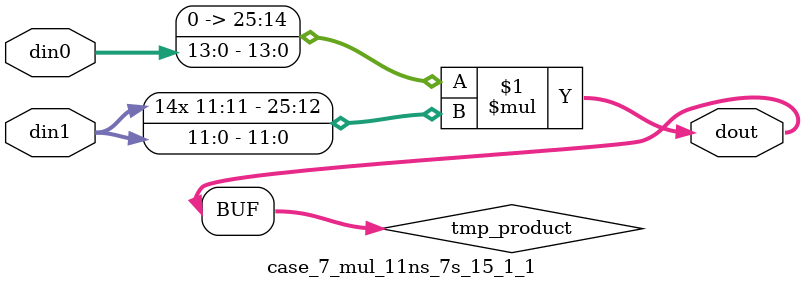
<source format=v>

`timescale 1 ns / 1 ps

 (* use_dsp = "no" *)  module case_7_mul_11ns_7s_15_1_1(din0, din1, dout);
parameter ID = 1;
parameter NUM_STAGE = 0;
parameter din0_WIDTH = 14;
parameter din1_WIDTH = 12;
parameter dout_WIDTH = 26;

input [din0_WIDTH - 1 : 0] din0; 
input [din1_WIDTH - 1 : 0] din1; 
output [dout_WIDTH - 1 : 0] dout;

wire signed [dout_WIDTH - 1 : 0] tmp_product;

























assign tmp_product = $signed({1'b0, din0}) * $signed(din1);










assign dout = tmp_product;





















endmodule

</source>
